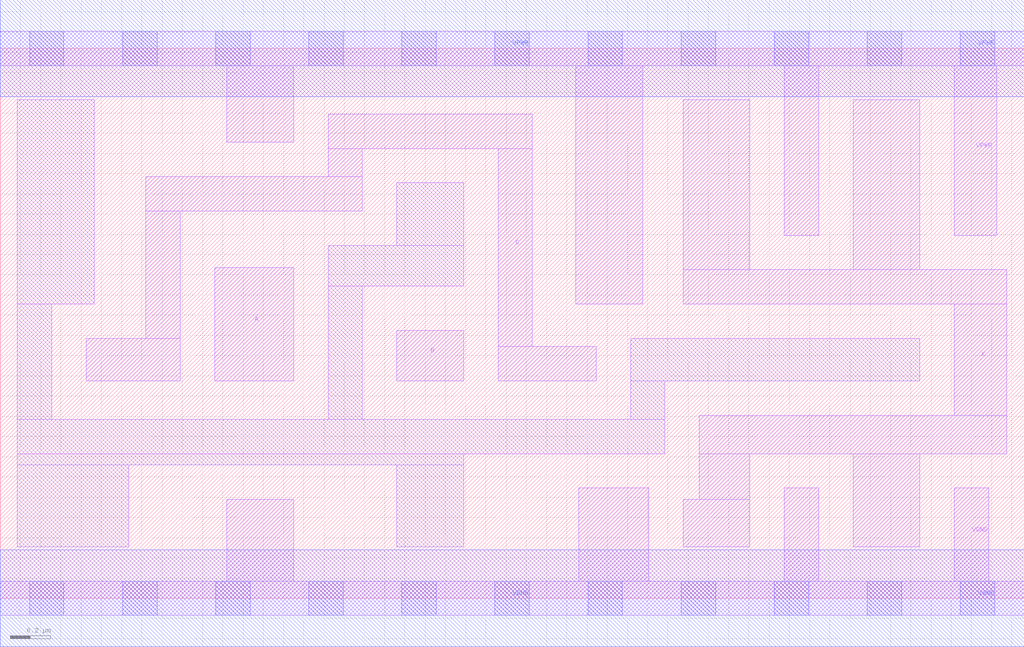
<source format=lef>
# Copyright 2020 The SkyWater PDK Authors
#
# Licensed under the Apache License, Version 2.0 (the "License");
# you may not use this file except in compliance with the License.
# You may obtain a copy of the License at
#
#     https://www.apache.org/licenses/LICENSE-2.0
#
# Unless required by applicable law or agreed to in writing, software
# distributed under the License is distributed on an "AS IS" BASIS,
# WITHOUT WARRANTIES OR CONDITIONS OF ANY KIND, either express or implied.
# See the License for the specific language governing permissions and
# limitations under the License.
#
# SPDX-License-Identifier: Apache-2.0

VERSION 5.7 ;
  NAMESCASESENSITIVE ON ;
  NOWIREEXTENSIONATPIN ON ;
  DIVIDERCHAR "/" ;
  BUSBITCHARS "[]" ;
UNITS
  DATABASE MICRONS 200 ;
END UNITS
MACRO sky130_fd_sc_hd__maj3_4
  CLASS CORE ;
  SOURCE USER ;
  FOREIGN sky130_fd_sc_hd__maj3_4 ;
  ORIGIN  0.000000  0.000000 ;
  SIZE  5.060000 BY  2.720000 ;
  SYMMETRY X Y R90 ;
  SITE unithd ;
  PIN A
    ANTENNAGATEAREA  0.495000 ;
    DIRECTION INPUT ;
    USE SIGNAL ;
    PORT
      LAYER li1 ;
        RECT 1.060000 1.075000 1.450000 1.635000 ;
    END
  END A
  PIN B
    ANTENNAGATEAREA  0.495000 ;
    DIRECTION INPUT ;
    USE SIGNAL ;
    PORT
      LAYER li1 ;
        RECT 1.960000 1.075000 2.290000 1.325000 ;
    END
  END B
  PIN C
    ANTENNAGATEAREA  0.495000 ;
    DIRECTION INPUT ;
    USE SIGNAL ;
    PORT
      LAYER li1 ;
        RECT 0.425000 1.075000 0.890000 1.285000 ;
        RECT 0.720000 1.285000 0.890000 1.915000 ;
        RECT 0.720000 1.915000 1.790000 2.085000 ;
        RECT 1.620000 2.085000 1.790000 2.225000 ;
        RECT 1.620000 2.225000 2.630000 2.395000 ;
        RECT 2.460000 1.075000 2.945000 1.245000 ;
        RECT 2.460000 1.245000 2.630000 2.225000 ;
    END
  END C
  PIN X
    ANTENNADIFFAREA  0.891000 ;
    DIRECTION OUTPUT ;
    USE SIGNAL ;
    PORT
      LAYER li1 ;
        RECT 3.375000 0.255000 3.705000 0.490000 ;
        RECT 3.375000 1.455000 4.975000 1.625000 ;
        RECT 3.375000 1.625000 3.705000 2.465000 ;
        RECT 3.455000 0.490000 3.705000 0.715000 ;
        RECT 3.455000 0.715000 4.975000 0.905000 ;
        RECT 4.215000 0.255000 4.545000 0.715000 ;
        RECT 4.215000 1.625000 4.545000 2.465000 ;
        RECT 4.715000 0.905000 4.975000 1.455000 ;
    END
  END X
  PIN VGND
    DIRECTION INOUT ;
    SHAPE ABUTMENT ;
    USE GROUND ;
    PORT
      LAYER li1 ;
        RECT 0.000000 -0.085000 5.060000 0.085000 ;
        RECT 1.120000  0.085000 1.450000 0.490000 ;
        RECT 2.860000  0.085000 3.205000 0.545000 ;
        RECT 3.875000  0.085000 4.045000 0.545000 ;
        RECT 4.715000  0.085000 4.885000 0.545000 ;
      LAYER mcon ;
        RECT 0.145000 -0.085000 0.315000 0.085000 ;
        RECT 0.605000 -0.085000 0.775000 0.085000 ;
        RECT 1.065000 -0.085000 1.235000 0.085000 ;
        RECT 1.525000 -0.085000 1.695000 0.085000 ;
        RECT 1.985000 -0.085000 2.155000 0.085000 ;
        RECT 2.445000 -0.085000 2.615000 0.085000 ;
        RECT 2.905000 -0.085000 3.075000 0.085000 ;
        RECT 3.365000 -0.085000 3.535000 0.085000 ;
        RECT 3.825000 -0.085000 3.995000 0.085000 ;
        RECT 4.285000 -0.085000 4.455000 0.085000 ;
        RECT 4.745000 -0.085000 4.915000 0.085000 ;
      LAYER met1 ;
        RECT 0.000000 -0.240000 5.060000 0.240000 ;
    END
  END VGND
  PIN VPWR
    DIRECTION INOUT ;
    SHAPE ABUTMENT ;
    USE POWER ;
    PORT
      LAYER li1 ;
        RECT 0.000000 2.635000 5.060000 2.805000 ;
        RECT 1.120000 2.255000 1.450000 2.635000 ;
        RECT 2.845000 1.455000 3.175000 2.635000 ;
        RECT 3.875000 1.795000 4.045000 2.635000 ;
        RECT 4.715000 1.795000 4.925000 2.635000 ;
      LAYER mcon ;
        RECT 0.145000 2.635000 0.315000 2.805000 ;
        RECT 0.605000 2.635000 0.775000 2.805000 ;
        RECT 1.065000 2.635000 1.235000 2.805000 ;
        RECT 1.525000 2.635000 1.695000 2.805000 ;
        RECT 1.985000 2.635000 2.155000 2.805000 ;
        RECT 2.445000 2.635000 2.615000 2.805000 ;
        RECT 2.905000 2.635000 3.075000 2.805000 ;
        RECT 3.365000 2.635000 3.535000 2.805000 ;
        RECT 3.825000 2.635000 3.995000 2.805000 ;
        RECT 4.285000 2.635000 4.455000 2.805000 ;
        RECT 4.745000 2.635000 4.915000 2.805000 ;
      LAYER met1 ;
        RECT 0.000000 2.480000 5.060000 2.960000 ;
    END
  END VPWR
  OBS
    LAYER li1 ;
      RECT 0.085000 0.255000 0.635000 0.660000 ;
      RECT 0.085000 0.660000 2.290000 0.715000 ;
      RECT 0.085000 0.715000 3.285000 0.885000 ;
      RECT 0.085000 0.885000 0.255000 1.455000 ;
      RECT 0.085000 1.455000 0.465000 2.465000 ;
      RECT 1.620000 0.885000 1.790000 1.545000 ;
      RECT 1.620000 1.545000 2.290000 1.745000 ;
      RECT 1.960000 0.255000 2.290000 0.660000 ;
      RECT 1.960000 1.745000 2.290000 2.055000 ;
      RECT 3.115000 0.885000 3.285000 1.075000 ;
      RECT 3.115000 1.075000 4.545000 1.285000 ;
  END
END sky130_fd_sc_hd__maj3_4
END LIBRARY

</source>
